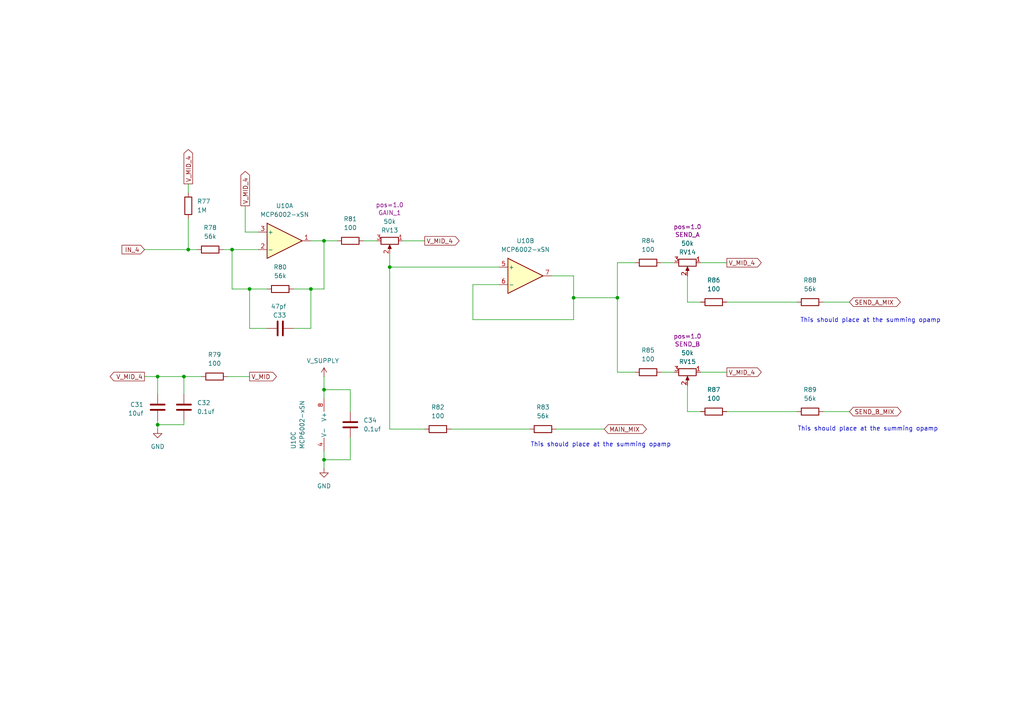
<source format=kicad_sch>
(kicad_sch (version 20250114) (generator "eeschema") (generator_version "9.0")
  (paper "A4")
  (lib_symbols
    (symbol "Amplifier_Operational:MCP6002-xSN" (pin_names (offset 0.127))
      (property "Reference" "U" (at 0 5.08 0))
      (property "Value" "MCP6002-xSN" (at 0 -5.08 0))
      (symbol "MCP6002-xSN_1_1"
        (polyline (pts (xy -5.08 5.08) (xy 5.08 0) (xy -5.08 -5.08) (xy -5.08 5.08)) (stroke (width 0.254)) (fill (type background)))
        (pin input line (at -7.62 2.54 0) (length 2.54) (name "+") (number "3"))
        (pin input line (at -7.62 -2.54 0) (length 2.54) (name "-") (number "2"))
        (pin output line (at 7.62 0 180) (length 2.54) (name "~") (number "1"))
      )
      (symbol "MCP6002-xSN_2_1"
        (polyline (pts (xy -5.08 5.08) (xy 5.08 0) (xy -5.08 -5.08) (xy -5.08 5.08)) (stroke (width 0.254)) (fill (type background)))
        (pin input line (at -7.62 2.54 0) (length 2.54) (name "+") (number "5"))
        (pin input line (at -7.62 -2.54 0) (length 2.54) (name "-") (number "6"))
        (pin output line (at 7.62 0 180) (length 2.54) (name "~") (number "7"))
      )
      (symbol "MCP6002-xSN_3_1"
        (pin power_in line (at -2.54 7.62 270) (length 3.81) (name "V+") (number "8"))
        (pin power_in line (at -2.54 -7.62 90) (length 3.81) (name "V-") (number "4"))
      )
    )
    (symbol "Device:C" (pin_numbers (hide yes)) (pin_names (offset 0.254))
      (property "Reference" "C" (at 0.635 2.54 0))
      (property "Value" "C" (at 0.635 -2.54 0))
      (symbol "C_0_1"
        (polyline (pts (xy -2.032 0.762) (xy 2.032 0.762)) (stroke (width 0.508)))
        (polyline (pts (xy -2.032 -0.762) (xy 2.032 -0.762)) (stroke (width 0.508)))
      )
      (symbol "C_1_1"
        (pin passive line (at 0 3.81 270) (length 2.794) (name "~") (number "1"))
        (pin passive line (at 0 -3.81 90) (length 2.794) (name "~") (number "2"))
      )
    )
    (symbol "Device:R" (pin_numbers (hide yes)) (pin_names (offset 0))
      (property "Reference" "R" (at 2.032 0 90))
      (property "Value" "R" (at 0 0 90))
      (symbol "R_0_1"
        (rectangle (start -1.016 -2.54) (end 1.016 2.54) (stroke (width 0.254)))
      )
      (symbol "R_1_1"
        (pin passive line (at 0 3.81 270) (length 1.27) (name "~") (number "1"))
        (pin passive line (at 0 -3.81 90) (length 1.27) (name "~") (number "2"))
      )
    )
    (symbol "Device:R_Potentiometer" (pin_names (offset 1.016) (hide yes))
      (property "Reference" "RV" (at -4.445 0 90))
      (property "Value" "R_Potentiometer" (at -2.54 0 90))
      (symbol "R_Potentiometer_0_1"
        (rectangle (start 1.016 2.54) (end -1.016 -2.54) (stroke (width 0.254)))
        (polyline (pts (xy 1.143 0) (xy 2.286 0.508) (xy 2.286 -0.508) (xy 1.143 0)) (fill (type outline)))
        (polyline (pts (xy 2.54 0) (xy 1.524 0)))
      )
      (symbol "R_Potentiometer_1_1"
        (pin passive line (at 0 3.81 270) (length 1.27) (name "1") (number "1"))
        (pin passive line (at 0 -3.81 90) (length 1.27) (name "3") (number "3"))
        (pin passive line (at 3.81 0 180) (length 1.27) (name "2") (number "2"))
      )
    )
    (symbol "power:+5V" (power) (pin_numbers (hide yes)) (pin_names (offset 0) (hide yes))
      (property "Value" "+5V" (at 0 3.556 0))
      (symbol "+5V_0_1"
        (polyline (pts (xy -0.762 1.27) (xy 0 2.54)))
        (polyline (pts (xy 0 2.54) (xy 0.762 1.27)))
        (polyline (pts (xy 0 0) (xy 0 2.54)))
      )
      (symbol "+5V_1_1"
        (pin power_in line (at 0 0 90) (length 0) (name "~") (number "1"))
      )
    )
    (symbol "power:GND" (power) (pin_numbers (hide yes)) (pin_names (offset 0) (hide yes))
      (property "Value" "GND" (at 0 -3.81 0))
      (symbol "GND_0_1"
        (polyline (pts (xy 0 0) (xy 0 -1.27) (xy 1.27 -1.27) (xy 0 -2.54) (xy -1.27 -1.27) (xy 0 -1.27)))
      )
      (symbol "GND_1_1"
        (pin power_in line (at 0 0 270) (length 0) (name "~") (number "1"))
      )
    )
  )
  (text "This should place at the summing opamp" (at 251.714 124.46 0) (effects (font (size 1.27 1.27))))
  (text "This should place at the summing opamp" (at 174.244 129.032 0) (effects (font (size 1.27 1.27))))
  (text "This should place at the summing opamp" (at 252.476 92.964 0) (effects (font (size 1.27 1.27))))
  (junction (at 93.98 69.85))
  (junction (at 166.37 86.36))
  (junction (at 90.17 83.82))
  (junction (at 53.34 109.22))
  (junction (at 93.98 113.03))
  (junction (at 67.31 72.39))
  (junction (at 45.72 109.22))
  (junction (at 93.98 133.35))
  (junction (at 113.03 77.47))
  (junction (at 179.07 86.36))
  (junction (at 54.61 72.39))
  (junction (at 45.72 123.19))
  (junction (at 72.39 83.82))
  (wire (pts (xy 77.47 83.82) (xy 72.39 83.82)))
  (wire (pts (xy 101.6 133.35) (xy 93.98 133.35)))
  (wire (pts (xy 93.98 109.22) (xy 93.98 113.03)))
  (wire (pts (xy 113.03 73.66) (xy 113.03 77.47)))
  (wire (pts (xy 53.34 109.22) (xy 53.34 114.3)))
  (wire (pts (xy 199.39 111.76) (xy 199.39 119.38)))
  (wire (pts (xy 66.04 109.22) (xy 72.39 109.22)))
  (wire (pts (xy 179.07 86.36) (xy 179.07 107.95)))
  (wire (pts (xy 67.31 72.39) (xy 74.93 72.39)))
  (wire (pts (xy 113.03 77.47) (xy 113.03 124.46)))
  (wire (pts (xy 203.2 76.2) (xy 210.82 76.2)))
  (wire (pts (xy 101.6 113.03) (xy 93.98 113.03)))
  (wire (pts (xy 93.98 113.03) (xy 93.98 115.57)))
  (wire (pts (xy 191.77 76.2) (xy 195.58 76.2)))
  (wire (pts (xy 67.31 72.39) (xy 67.31 83.82)))
  (wire (pts (xy 184.15 107.95) (xy 179.07 107.95)))
  (wire (pts (xy 90.17 95.25) (xy 90.17 83.82)))
  (wire (pts (xy 45.72 123.19) (xy 45.72 124.46)))
  (wire (pts (xy 160.02 80.01) (xy 166.37 80.01)))
  (wire (pts (xy 74.93 67.31) (xy 71.12 67.31)))
  (wire (pts (xy 166.37 80.01) (xy 166.37 86.36)))
  (wire (pts (xy 175.26 124.46) (xy 161.29 124.46)))
  (wire (pts (xy 210.82 87.63) (xy 231.14 87.63)))
  (wire (pts (xy 101.6 119.38) (xy 101.6 113.03)))
  (wire (pts (xy 199.39 80.01) (xy 199.39 87.63)))
  (wire (pts (xy 93.98 69.85) (xy 97.79 69.85)))
  (wire (pts (xy 199.39 119.38) (xy 203.2 119.38)))
  (wire (pts (xy 71.12 67.31) (xy 71.12 59.69)))
  (wire (pts (xy 144.78 77.47) (xy 113.03 77.47)))
  (wire (pts (xy 45.72 114.3) (xy 45.72 109.22)))
  (wire (pts (xy 116.84 69.85) (xy 123.19 69.85)))
  (wire (pts (xy 53.34 123.19) (xy 45.72 123.19)))
  (wire (pts (xy 45.72 109.22) (xy 53.34 109.22)))
  (wire (pts (xy 93.98 133.35) (xy 93.98 130.81)))
  (wire (pts (xy 85.09 95.25) (xy 90.17 95.25)))
  (wire (pts (xy 113.03 124.46) (xy 123.19 124.46)))
  (wire (pts (xy 41.91 109.22) (xy 45.72 109.22)))
  (wire (pts (xy 179.07 76.2) (xy 179.07 86.36)))
  (wire (pts (xy 203.2 107.95) (xy 210.82 107.95)))
  (wire (pts (xy 72.39 83.82) (xy 67.31 83.82)))
  (wire (pts (xy 238.76 119.38) (xy 246.38 119.38)))
  (wire (pts (xy 210.82 119.38) (xy 231.14 119.38)))
  (wire (pts (xy 166.37 86.36) (xy 166.37 92.71)))
  (wire (pts (xy 85.09 83.82) (xy 90.17 83.82)))
  (wire (pts (xy 41.91 72.39) (xy 54.61 72.39)))
  (wire (pts (xy 238.76 87.63) (xy 246.38 87.63)))
  (wire (pts (xy 90.17 69.85) (xy 93.98 69.85)))
  (wire (pts (xy 54.61 53.34) (xy 54.61 55.88)))
  (wire (pts (xy 64.77 72.39) (xy 67.31 72.39)))
  (wire (pts (xy 77.47 95.25) (xy 72.39 95.25)))
  (wire (pts (xy 105.41 69.85) (xy 109.22 69.85)))
  (wire (pts (xy 130.81 124.46) (xy 153.67 124.46)))
  (wire (pts (xy 72.39 95.25) (xy 72.39 83.82)))
  (wire (pts (xy 90.17 83.82) (xy 93.98 83.82)))
  (wire (pts (xy 54.61 72.39) (xy 57.15 72.39)))
  (wire (pts (xy 53.34 121.92) (xy 53.34 123.19)))
  (wire (pts (xy 54.61 63.5) (xy 54.61 72.39)))
  (wire (pts (xy 179.07 76.2) (xy 184.15 76.2)))
  (wire (pts (xy 199.39 87.63) (xy 203.2 87.63)))
  (wire (pts (xy 166.37 92.71) (xy 137.16 92.71)))
  (wire (pts (xy 45.72 121.92) (xy 45.72 123.19)))
  (wire (pts (xy 93.98 135.89) (xy 93.98 133.35)))
  (wire (pts (xy 179.07 86.36) (xy 166.37 86.36)))
  (wire (pts (xy 137.16 82.55) (xy 144.78 82.55)))
  (wire (pts (xy 53.34 109.22) (xy 58.42 109.22)))
  (wire (pts (xy 195.58 107.95) (xy 191.77 107.95)))
  (wire (pts (xy 93.98 69.85) (xy 93.98 83.82)))
  (wire (pts (xy 101.6 127) (xy 101.6 133.35)))
  (wire (pts (xy 137.16 92.71) (xy 137.16 82.55)))
  (global_label "V_MID_4" (shape output) (at 41.91 109.22 180) (property "Intersheetrefs" "${INTERSHEET_REFS}" (effects (hide yes))))
  (global_label "V_MID_4" (shape output) (at 210.82 76.2 0) (property "Intersheetrefs" "${INTERSHEET_REFS}" (effects (hide yes))))
  (global_label "SEND_A_MIX" (shape bidirectional) (at 246.38 87.63 0) (property "Intersheetrefs" "${INTERSHEET_REFS}" (effects (hide yes))))
  (global_label "MAIN_MIX" (shape bidirectional) (at 175.26 124.46 0) (property "Intersheetrefs" "${INTERSHEET_REFS}" (effects (hide yes))))
  (global_label "V_MID_4" (shape output) (at 71.12 59.69 90) (property "Intersheetrefs" "${INTERSHEET_REFS}" (effects (hide yes))))
  (global_label "V_MID_4" (shape output) (at 123.19 69.85 0) (property "Intersheetrefs" "${INTERSHEET_REFS}" (effects (hide yes))))
  (global_label "V_MID_4" (shape output) (at 210.82 107.95 0) (property "Intersheetrefs" "${INTERSHEET_REFS}" (effects (hide yes))))
  (global_label "SEND_B_MIX" (shape bidirectional) (at 246.38 119.38 0) (property "Intersheetrefs" "${INTERSHEET_REFS}" (effects (hide yes))))
  (global_label "V_MID_4" (shape output) (at 54.61 53.34 90) (property "Intersheetrefs" "${INTERSHEET_REFS}" (effects (hide yes))))
  (global_label "IN_4" (shape input) (at 41.91 72.39 180) (property "Intersheetrefs" "${INTERSHEET_REFS}" (effects (hide yes))))
  (global_label "V_MID" (shape output) (at 72.39 109.22 0) (property "Intersheetrefs" "${INTERSHEET_REFS}" (effects (hide yes))))
  (symbol (lib_id "Device:R") (at 127 124.46 90) (unit 1)
    (property "Reference" "R82" (at 127 118.11 90))
    (property "Value" "100" (at 127 120.65 90))
    (property "Footprint" "Resistor_SMD:R_0402_1005Metric" (effects (hide yes)))
    (property "Description" "Resistor" (effects (hide yes)))
  )
  (symbol (lib_id "Device:R") (at 207.01 87.63 90) (unit 1)
    (property "Reference" "R86" (at 207.01 81.28 90))
    (property "Value" "100" (at 207.01 83.82 90))
    (property "Footprint" "Resistor_SMD:R_0402_1005Metric" (effects (hide yes)))
    (property "Description" "Resistor" (effects (hide yes)))
  )
  (symbol (lib_id "Amplifier_Operational:MCP6002-xSN") (at 152.4 80.01 0) (unit 2)
    (property "Reference" "U10" (at 152.4 69.85 0))
    (property "Value" "MCP6002-xSN" (at 152.4 72.39 0))
    (property "Footprint" "Package_SO:SOIC-8-1EP_3.9x4.9mm_P1.27mm_EP2.29x3mm" (effects (hide yes)))
    (property "Datasheet" "http://ww1.microchip.com/downloads/en/DeviceDoc/21733j.pdf" (effects (hide yes)))
    (property "Description" "1MHz, Low-Power Op Amp, SOIC-8" (effects (hide yes)))
    (property "Sim.Library" "${KICAD8_SYMBOL_DIR}/Simulation_SPICE.sp" (effects (hide yes)))
    (property "Sim.Name" "kicad_builtin_opamp_dual" (effects (hide yes)))
    (property "Sim.Device" "SUBCKT" (effects (hide yes)))
    (property "Sim.Pins" "1=out1 2=in1- 3=in1+ 4=vee 5=in2+ 6=in2- 7=out2 8=vcc" (effects (hide yes)))
  )
  (symbol (lib_id "Device:R") (at 234.95 119.38 90) (unit 1)
    (property "Reference" "R89" (at 234.95 113.03 90))
    (property "Value" "56k" (at 234.95 115.57 90))
    (property "Footprint" "Resistor_SMD:R_0402_1005Metric" (effects (hide yes)))
    (property "Description" "Resistor" (effects (hide yes)))
  )
  (symbol (lib_id "Device:R") (at 54.61 59.69 0) (unit 1)
    (property "Reference" "R77" (at 57.15 58.4199 0) (effects (justify left)))
    (property "Value" "1M" (at 57.15 60.9599 0) (effects (justify left)))
    (property "Footprint" "Resistor_SMD:R_0402_1005Metric" (effects (hide yes)))
    (property "Description" "Resistor" (effects (hide yes)))
  )
  (symbol (lib_id "Device:R") (at 157.48 124.46 90) (unit 1)
    (property "Reference" "R83" (at 157.48 118.11 90))
    (property "Value" "56k" (at 157.48 120.65 90))
    (property "Footprint" "Resistor_SMD:R_0402_1005Metric" (effects (hide yes)))
    (property "Description" "Resistor" (effects (hide yes)))
  )
  (symbol (lib_id "power:+5V") (at 93.98 109.22 0) (unit 1)
    (property "Reference" "#PWR035" (effects (hide yes)))
    (property "Value" "V_SUPPLY" (at 88.9 104.648 0) (effects (justify left)))
    (property "Description" "Power symbol creates a global label with name \"+5V\"" (effects (hide yes)))
  )
  (symbol (lib_id "Device:R") (at 187.96 107.95 90) (unit 1)
    (property "Reference" "R85" (at 187.96 101.6 90))
    (property "Value" "100" (at 187.96 104.14 90))
    (property "Footprint" "Resistor_SMD:R_0402_1005Metric" (effects (hide yes)))
    (property "Description" "Resistor" (effects (hide yes)))
  )
  (symbol (lib_id "power:GND") (at 93.98 135.89 0) (unit 1)
    (property "Reference" "#PWR036" (effects (hide yes)))
    (property "Value" "GND" (at 93.98 140.97 0))
    (property "Description" "Power symbol creates a global label with name \"GND\" , ground" (effects (hide yes)))
  )
  (symbol (lib_id "power:GND") (at 45.72 124.46 0) (unit 1)
    (property "Reference" "#PWR034" (effects (hide yes)))
    (property "Value" "GND" (at 45.72 129.54 0))
    (property "Description" "Power symbol creates a global label with name \"GND\" , ground" (effects (hide yes)))
  )
  (symbol (lib_id "Device:R_Potentiometer") (at 113.03 69.85 270) (unit 1)
    (property "Reference" "RV13" (at 113.03 66.802 90))
    (property "Value" "50k" (at 113.03 64.262 90))
    (property "Footprint" "BreadModular_Pots:Potentiometer_RV09" (effects (hide yes)))
    (property "Description" "Potentiometer" (effects (hide yes)))
    (property "Sim.Device" "R" (effects (hide yes)))
    (property "Sim.Type" "POT" (effects (hide yes)))
    (property "Sim.Pins" "1=r0 2=wiper 3=r1" (effects (hide yes)))
    (property "Sim.Params" "pos=1.0" (at 113.03 59.436 90))
    (property "Comment" "GAIN_1" (at 113.03 61.722 90))
  )
  (symbol (lib_id "Device:R_Potentiometer") (at 199.39 107.95 270) (unit 1)
    (property "Reference" "RV15" (at 199.39 104.902 90))
    (property "Value" "50k" (at 199.39 102.362 90))
    (property "Footprint" "BreadModular_Pots:Potentiometer_RV09" (effects (hide yes)))
    (property "Description" "Potentiometer" (effects (hide yes)))
    (property "Sim.Device" "R" (effects (hide yes)))
    (property "Sim.Type" "POT" (effects (hide yes)))
    (property "Sim.Pins" "1=r0 2=wiper 3=r1" (effects (hide yes)))
    (property "Sim.Params" "pos=1.0" (at 199.39 97.536 90))
    (property "Comment" "SEND_B" (at 199.39 99.822 90))
  )
  (symbol (lib_id "Device:C") (at 45.72 118.11 0) (mirror y) (unit 1)
    (property "Reference" "C31" (at 41.656 117.348 0) (effects (justify left)))
    (property "Value" "10uf" (at 41.656 119.888 0) (effects (justify left)))
    (property "Footprint" "Capacitor_SMD:C_0402_1005Metric" (effects (hide yes)))
    (property "Description" "Unpolarized capacitor" (effects (hide yes)))
  )
  (symbol (lib_id "Amplifier_Operational:MCP6002-xSN") (at 96.52 123.19 0) (unit 3)
    (property "Reference" "U10" (at 85.09 130.302 90) (effects (justify left)))
    (property "Value" "MCP6002-xSN" (at 87.63 130.302 90) (effects (justify left)))
    (property "Footprint" "Package_SO:SOIC-8-1EP_3.9x4.9mm_P1.27mm_EP2.29x3mm" (effects (hide yes)))
    (property "Datasheet" "http://ww1.microchip.com/downloads/en/DeviceDoc/21733j.pdf" (effects (hide yes)))
    (property "Description" "1MHz, Low-Power Op Amp, SOIC-8" (effects (hide yes)))
    (property "Sim.Library" "${KICAD8_SYMBOL_DIR}/Simulation_SPICE.sp" (effects (hide yes)))
    (property "Sim.Name" "kicad_builtin_opamp_dual" (effects (hide yes)))
    (property "Sim.Device" "SUBCKT" (effects (hide yes)))
    (property "Sim.Pins" "1=out1 2=in1- 3=in1+ 4=vee 5=in2+ 6=in2- 7=out2 8=vcc" (effects (hide yes)))
  )
  (symbol (lib_id "Device:R") (at 187.96 76.2 90) (unit 1)
    (property "Reference" "R84" (at 187.96 69.85 90))
    (property "Value" "100" (at 187.96 72.39 90))
    (property "Footprint" "Resistor_SMD:R_0402_1005Metric" (effects (hide yes)))
    (property "Description" "Resistor" (effects (hide yes)))
  )
  (symbol (lib_id "Device:R") (at 60.96 72.39 90) (unit 1)
    (property "Reference" "R78" (at 60.96 66.04 90))
    (property "Value" "56k" (at 60.96 68.58 90))
    (property "Footprint" "Resistor_SMD:R_0402_1005Metric" (effects (hide yes)))
    (property "Description" "Resistor" (effects (hide yes)))
  )
  (symbol (lib_id "Device:C") (at 53.34 118.11 0) (unit 1)
    (property "Reference" "C32" (at 57.15 116.8399 0) (effects (justify left)))
    (property "Value" "0.1uf" (at 57.15 119.3799 0) (effects (justify left)))
    (property "Footprint" "Capacitor_SMD:C_0402_1005Metric" (effects (hide yes)))
    (property "Description" "Unpolarized capacitor" (effects (hide yes)))
  )
  (symbol (lib_id "Amplifier_Operational:MCP6002-xSN") (at 82.55 69.85 0) (unit 1)
    (property "Reference" "U10" (at 82.55 59.69 0))
    (property "Value" "MCP6002-xSN" (at 82.55 62.23 0))
    (property "Footprint" "Package_SO:SOIC-8-1EP_3.9x4.9mm_P1.27mm_EP2.29x3mm" (effects (hide yes)))
    (property "Datasheet" "http://ww1.microchip.com/downloads/en/DeviceDoc/21733j.pdf" (effects (hide yes)))
    (property "Description" "1MHz, Low-Power Op Amp, SOIC-8" (effects (hide yes)))
    (property "Sim.Library" "${KICAD8_SYMBOL_DIR}/Simulation_SPICE.sp" (effects (hide yes)))
    (property "Sim.Name" "kicad_builtin_opamp_dual" (effects (hide yes)))
    (property "Sim.Device" "SUBCKT" (effects (hide yes)))
    (property "Sim.Pins" "1=out1 2=in1- 3=in1+ 4=vee 5=in2+ 6=in2- 7=out2 8=vcc" (effects (hide yes)))
  )
  (symbol (lib_id "Device:R") (at 207.01 119.38 90) (unit 1)
    (property "Reference" "R87" (at 207.01 113.03 90))
    (property "Value" "100" (at 207.01 115.57 90))
    (property "Footprint" "Resistor_SMD:R_0402_1005Metric" (effects (hide yes)))
    (property "Description" "Resistor" (effects (hide yes)))
  )
  (symbol (lib_id "Device:R") (at 81.28 83.82 90) (unit 1)
    (property "Reference" "R80" (at 81.28 77.47 90))
    (property "Value" "56k" (at 81.28 80.01 90))
    (property "Footprint" "Resistor_SMD:R_0402_1005Metric" (effects (hide yes)))
    (property "Description" "Resistor" (effects (hide yes)))
  )
  (symbol (lib_id "Device:C") (at 101.6 123.19 0) (unit 1)
    (property "Reference" "C34" (at 105.41 121.9199 0) (effects (justify left)))
    (property "Value" "0.1uf" (at 105.41 124.4599 0) (effects (justify left)))
    (property "Footprint" "Capacitor_SMD:C_0402_1005Metric" (effects (hide yes)))
    (property "Description" "Unpolarized capacitor" (effects (hide yes)))
  )
  (symbol (lib_id "Device:R_Potentiometer") (at 199.39 76.2 270) (unit 1)
    (property "Reference" "RV14" (at 199.39 73.152 90))
    (property "Value" "50k" (at 199.39 70.612 90))
    (property "Footprint" "BreadModular_Pots:Potentiometer_RV09" (effects (hide yes)))
    (property "Description" "Potentiometer" (effects (hide yes)))
    (property "Sim.Device" "R" (effects (hide yes)))
    (property "Sim.Type" "POT" (effects (hide yes)))
    (property "Sim.Pins" "1=r0 2=wiper 3=r1" (effects (hide yes)))
    (property "Sim.Params" "pos=1.0" (at 199.39 65.786 90))
    (property "Comment" "SEND_A" (at 199.39 68.072 90))
  )
  (symbol (lib_id "Device:R") (at 101.6 69.85 90) (unit 1)
    (property "Reference" "R81" (at 101.6 63.5 90))
    (property "Value" "100" (at 101.6 66.04 90))
    (property "Footprint" "Resistor_SMD:R_0402_1005Metric" (effects (hide yes)))
    (property "Description" "Resistor" (effects (hide yes)))
  )
  (symbol (lib_id "Device:C") (at 81.28 95.25 90) (mirror x) (unit 1)
    (property "Reference" "C33" (at 83.058 91.44 90) (effects (justify left)))
    (property "Value" "47pf" (at 83.058 88.9 90) (effects (justify left)))
    (property "Footprint" "Capacitor_SMD:C_0402_1005Metric" (effects (hide yes)))
    (property "Description" "Unpolarized capacitor" (effects (hide yes)))
  )
  (symbol (lib_id "Device:R") (at 234.95 87.63 90) (unit 1)
    (property "Reference" "R88" (at 234.95 81.28 90))
    (property "Value" "56k" (at 234.95 83.82 90))
    (property "Footprint" "Resistor_SMD:R_0402_1005Metric" (effects (hide yes)))
    (property "Description" "Resistor" (effects (hide yes)))
  )
  (symbol (lib_id "Device:R") (at 62.23 109.22 90) (unit 1)
    (property "Reference" "R79" (at 62.23 102.87 90))
    (property "Value" "100" (at 62.23 105.41 90))
    (property "Footprint" "Resistor_SMD:R_0402_1005Metric" (effects (hide yes)))
    (property "Description" "Resistor" (effects (hide yes)))
  )
)
</source>
